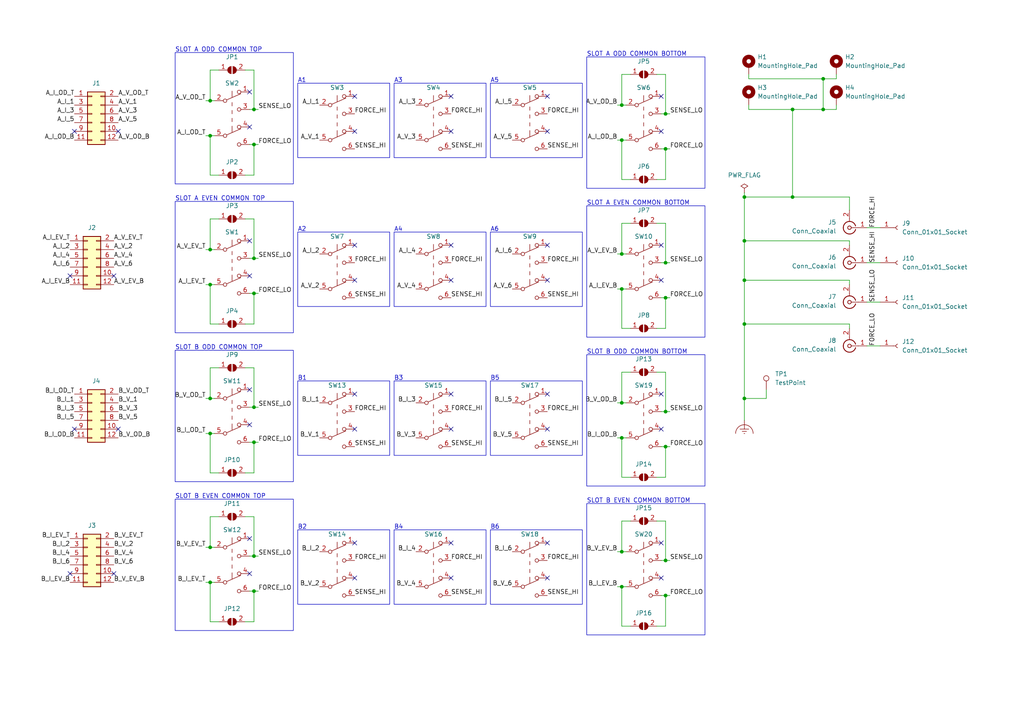
<source format=kicad_sch>
(kicad_sch (version 20230121) (generator eeschema)
  (paper "A4")
  (lib_symbols
    (symbol "Connector:Conn_01x01_Socket" (pin_names (offset 1.016) hide)
      (property "Reference" "J" (at 0 2.54 0))
      (property "Value" "Conn_01x01_Socket" (at 0 -2.54 0))
      (symbol "Conn_01x01_Socket_1_1"
        (polyline (pts (xy -1.27 0) (xy -0.508 0)) (stroke (width 0.1524)))
        (arc (start 0 0.508) (mid -0.5058 0) (end 0 -0.508) (stroke (width 0.1524)))
        (pin passive line (at -5.08 0 0) (length 3.81) (name "Pin_1") (number "1"))
      )
    )
    (symbol "Connector:Conn_Coaxial" (pin_names (offset 1.016) hide)
      (property "Reference" "J" (at 0.254 3.048 0))
      (property "Value" "Conn_Coaxial" (at 2.921 0 90))
      (symbol "Conn_Coaxial_0_1"
        (arc (start -1.778 -0.508) (mid 0.2311 -1.8066) (end 1.778 0) (stroke (width 0.254)))
        (polyline (pts (xy -2.54 0) (xy -0.508 0)))
        (polyline (pts (xy 0 -2.54) (xy 0 -1.778)))
        (circle (center 0 0) (radius 0.508) (stroke (width 0.2032)))
        (arc (start 1.778 0) (mid 0.2099 1.8101) (end -1.778 0.508) (stroke (width 0.254)))
      )
      (symbol "Conn_Coaxial_1_1"
        (pin passive line (at -5.08 0 0) (length 2.54) (name "In") (number "1"))
        (pin passive line (at 0 -5.08 90) (length 2.54) (name "Ext") (number "2"))
      )
    )
    (symbol "Connector:TestPoint" (pin_numbers hide) (pin_names (offset 0.762) hide)
      (property "Reference" "TP" (at 0 6.858 0))
      (property "Value" "TestPoint" (at 0 5.08 0))
      (symbol "TestPoint_0_1"
        (circle (center 0 3.302) (radius 0.762))
      )
      (symbol "TestPoint_1_1"
        (pin passive line (at 0 0 90) (length 2.54) (name "1") (number "1"))
      )
    )
    (symbol "Connector_Generic:Conn_02x06_Odd_Even" (pin_names (offset 1.016) hide)
      (property "Reference" "J" (at 1.27 7.62 0))
      (property "Value" "Conn_02x06_Odd_Even" (at 1.27 -10.16 0))
      (symbol "Conn_02x06_Odd_Even_1_1"
        (rectangle (start -1.27 -7.493) (end 0 -7.747) (stroke (width 0.1524)))
        (rectangle (start -1.27 -4.953) (end 0 -5.207) (stroke (width 0.1524)))
        (rectangle (start -1.27 -2.413) (end 0 -2.667) (stroke (width 0.1524)))
        (rectangle (start -1.27 0.127) (end 0 -0.127) (stroke (width 0.1524)))
        (rectangle (start -1.27 2.667) (end 0 2.413) (stroke (width 0.1524)))
        (rectangle (start -1.27 5.207) (end 0 4.953) (stroke (width 0.1524)))
        (rectangle (start -1.27 6.35) (end 3.81 -8.89) (stroke (width 0.254)) (fill (type background)))
        (rectangle (start 3.81 -7.493) (end 2.54 -7.747) (stroke (width 0.1524)))
        (rectangle (start 3.81 -4.953) (end 2.54 -5.207) (stroke (width 0.1524)))
        (rectangle (start 3.81 -2.413) (end 2.54 -2.667) (stroke (width 0.1524)))
        (rectangle (start 3.81 0.127) (end 2.54 -0.127) (stroke (width 0.1524)))
        (rectangle (start 3.81 2.667) (end 2.54 2.413) (stroke (width 0.1524)))
        (rectangle (start 3.81 5.207) (end 2.54 4.953) (stroke (width 0.1524)))
        (pin passive line (at -5.08 5.08 0) (length 3.81) (name "Pin_1") (number "1"))
        (pin passive line (at 7.62 -5.08 180) (length 3.81) (name "Pin_10") (number "10"))
        (pin passive line (at -5.08 -7.62 0) (length 3.81) (name "Pin_11") (number "11"))
        (pin passive line (at 7.62 -7.62 180) (length 3.81) (name "Pin_12") (number "12"))
        (pin passive line (at 7.62 5.08 180) (length 3.81) (name "Pin_2") (number "2"))
        (pin passive line (at -5.08 2.54 0) (length 3.81) (name "Pin_3") (number "3"))
        (pin passive line (at 7.62 2.54 180) (length 3.81) (name "Pin_4") (number "4"))
        (pin passive line (at -5.08 0 0) (length 3.81) (name "Pin_5") (number "5"))
        (pin passive line (at 7.62 0 180) (length 3.81) (name "Pin_6") (number "6"))
        (pin passive line (at -5.08 -2.54 0) (length 3.81) (name "Pin_7") (number "7"))
        (pin passive line (at 7.62 -2.54 180) (length 3.81) (name "Pin_8") (number "8"))
        (pin passive line (at -5.08 -5.08 0) (length 3.81) (name "Pin_9") (number "9"))
      )
    )
    (symbol "Jumper:SolderJumper_2_Open" (pin_names (offset 0) hide)
      (property "Reference" "JP" (at 0 2.032 0))
      (property "Value" "SolderJumper_2_Open" (at 0 -2.54 0))
      (symbol "SolderJumper_2_Open_0_1"
        (arc (start -0.254 1.016) (mid -1.2656 0) (end -0.254 -1.016))
        (arc (start -0.254 1.016) (mid -1.2656 0) (end -0.254 -1.016) (fill (type outline)))
        (polyline (pts (xy -0.254 1.016) (xy -0.254 -1.016)))
        (polyline (pts (xy 0.254 1.016) (xy 0.254 -1.016)))
        (arc (start 0.254 -1.016) (mid 1.2656 0) (end 0.254 1.016))
        (arc (start 0.254 -1.016) (mid 1.2656 0) (end 0.254 1.016) (fill (type outline)))
      )
      (symbol "SolderJumper_2_Open_1_1"
        (pin passive line (at -3.81 0 0) (length 2.54) (name "A") (number "1"))
        (pin passive line (at 3.81 0 180) (length 2.54) (name "B") (number "2"))
      )
    )
    (symbol "Mechanical:MountingHole_Pad" (pin_numbers hide) (pin_names (offset 1.016) hide)
      (property "Reference" "H" (at 0 6.35 0))
      (property "Value" "MountingHole_Pad" (at 0 4.445 0))
      (symbol "MountingHole_Pad_0_1"
        (circle (center 0 1.27) (radius 1.27) (stroke (width 1.27)))
      )
      (symbol "MountingHole_Pad_1_1"
        (pin input line (at 0 -2.54 90) (length 2.54) (name "1") (number "1"))
      )
    )
    (symbol "Switch:SW_Push_DPDT" (pin_names (offset 0) hide)
      (property "Reference" "SW" (at 0 8.89 0))
      (property "Value" "SW_Push_DPDT" (at 0 -10.16 0))
      (symbol "SW_Push_DPDT_0_0"
        (circle (center -2.032 -5.08) (radius 0.508))
        (circle (center -2.032 5.08) (radius 0.508))
        (circle (center 2.032 -7.62) (radius 0.508))
        (circle (center 2.032 2.54) (radius 0.508))
      )
      (symbol "SW_Push_DPDT_0_1"
        (polyline (pts (xy -1.524 -4.826) (xy 2.54 -3.048)))
        (polyline (pts (xy -1.524 5.334) (xy 2.54 7.112)))
        (polyline (pts (xy 0 -2.286) (xy 0 -4.064)))
        (polyline (pts (xy 0 -1.016) (xy 0 0)))
        (polyline (pts (xy 0 1.27) (xy 0 2.286)))
        (polyline (pts (xy 0 3.556) (xy 0 4.572)))
        (polyline (pts (xy 0 7.874) (xy 0 6.096)))
        (circle (center 2.032 -2.54) (radius 0.508))
        (circle (center 2.032 7.62) (radius 0.508))
      )
      (symbol "SW_Push_DPDT_1_1"
        (pin passive line (at 5.08 7.62 180) (length 2.54) (name "A") (number "1"))
        (pin passive line (at -5.08 5.08 0) (length 2.54) (name "B") (number "2"))
        (pin passive line (at 5.08 2.54 180) (length 2.54) (name "C") (number "3"))
        (pin passive line (at 5.08 -2.54 180) (length 2.54) (name "A") (number "4"))
        (pin passive line (at -5.08 -5.08 0) (length 2.54) (name "B") (number "5"))
        (pin passive line (at 5.08 -7.62 180) (length 2.54) (name "C") (number "6"))
      )
    )
    (symbol "power:Earth_Clean" (power) (pin_names (offset 0))
      (symbol "Earth_Clean_0_1"
        (polyline (pts (xy -0.635 -3.175) (xy 0.635 -3.175)))
        (polyline (pts (xy -0.127 -3.81) (xy 0.127 -3.81)))
        (polyline (pts (xy 0 -2.54) (xy 0 0)))
        (polyline (pts (xy 1.27 -2.54) (xy -1.27 -2.54)))
        (arc (start 2.54 -3.81) (mid 0 -1.281) (end -2.54 -3.81))
      )
      (symbol "Earth_Clean_1_1"
        (pin power_in line (at 0 0 270) (length 0) hide (name "Earth_Clean") (number "1"))
      )
    )
    (symbol "power:PWR_FLAG" (power) (pin_numbers hide) (pin_names (offset 0) hide)
      (property "Value" "PWR_FLAG" (at 0 3.81 0))
      (symbol "PWR_FLAG_0_0"
        (pin power_out line (at 0 0 90) (length 0) (name "pwr") (number "1"))
      )
      (symbol "PWR_FLAG_0_1"
        (polyline (pts (xy 0 0) (xy 0 1.27) (xy -1.016 1.905) (xy 0 2.54) (xy 1.016 1.905) (xy 0 1.27)))
      )
    )
  )
  (junction (at 60.96 82.55))
  (junction (at 60.96 72.39))
  (junction (at 73.66 171.45))
  (junction (at 73.66 74.93))
  (junction (at 73.66 41.91))
  (junction (at 193.04 33.02))
  (junction (at 73.66 161.29))
  (junction (at 180.34 127))
  (junction (at 215.9 93.98))
  (junction (at 193.04 43.18))
  (junction (at 215.9 69.85))
  (junction (at 180.34 160.02))
  (junction (at 60.96 29.21))
  (junction (at 180.34 116.84))
  (junction (at 60.96 115.57))
  (junction (at 193.04 86.36))
  (junction (at 215.9 81.28))
  (junction (at 60.96 158.75))
  (junction (at 60.96 168.91))
  (junction (at 193.04 119.38))
  (junction (at 180.34 73.66))
  (junction (at 73.66 31.75))
  (junction (at 215.9 115.57))
  (junction (at 238.76 31.75))
  (junction (at 215.9 57.15))
  (junction (at 73.66 128.27))
  (junction (at 180.34 40.64))
  (junction (at 193.04 172.72))
  (junction (at 193.04 162.56))
  (junction (at 73.66 118.11))
  (junction (at 238.76 22.86))
  (junction (at 193.04 76.2))
  (junction (at 73.66 85.09))
  (junction (at 180.34 170.18))
  (junction (at 229.87 31.75))
  (junction (at 180.34 83.82))
  (junction (at 60.96 39.37))
  (junction (at 60.96 125.73))
  (junction (at 193.04 129.54))
  (junction (at 180.34 30.48))
  (junction (at 229.87 57.15))
  (no_connect (at 158.75 124.46))
  (no_connect (at 191.77 81.28))
  (no_connect (at 34.29 38.1))
  (no_connect (at 102.87 167.64))
  (no_connect (at 130.81 124.46))
  (no_connect (at 191.77 71.12))
  (no_connect (at 72.39 113.03))
  (no_connect (at 33.02 166.37))
  (no_connect (at 21.59 124.46))
  (no_connect (at 130.81 114.3))
  (no_connect (at 191.77 124.46))
  (no_connect (at 191.77 157.48))
  (no_connect (at 130.81 71.12))
  (no_connect (at 102.87 38.1))
  (no_connect (at 130.81 157.48))
  (no_connect (at 158.75 81.28))
  (no_connect (at 21.59 38.1))
  (no_connect (at 158.75 167.64))
  (no_connect (at 102.87 27.94))
  (no_connect (at 130.81 38.1))
  (no_connect (at 72.39 123.19))
  (no_connect (at 191.77 38.1))
  (no_connect (at 102.87 71.12))
  (no_connect (at 158.75 38.1))
  (no_connect (at 102.87 114.3))
  (no_connect (at 191.77 27.94))
  (no_connect (at 34.29 124.46))
  (no_connect (at 158.75 27.94))
  (no_connect (at 130.81 27.94))
  (no_connect (at 158.75 114.3))
  (no_connect (at 158.75 71.12))
  (no_connect (at 102.87 81.28))
  (no_connect (at 102.87 124.46))
  (no_connect (at 72.39 80.01))
  (no_connect (at 102.87 157.48))
  (no_connect (at 33.02 80.01))
  (no_connect (at 130.81 167.64))
  (no_connect (at 72.39 26.67))
  (no_connect (at 158.75 157.48))
  (no_connect (at 72.39 69.85))
  (no_connect (at 72.39 36.83))
  (no_connect (at 72.39 166.37))
  (no_connect (at 72.39 156.21))
  (no_connect (at 20.32 166.37))
  (no_connect (at 191.77 167.64))
  (no_connect (at 191.77 114.3))
  (no_connect (at 20.32 80.01))
  (no_connect (at 130.81 81.28))
  (wire (pts (xy 181.61 40.64) (xy 180.34 40.64)))
  (wire (pts (xy 251.46 100.33) (xy 255.27 100.33)))
  (wire (pts (xy 73.66 128.27) (xy 74.93 128.27)))
  (wire (pts (xy 73.66 171.45) (xy 74.93 171.45)))
  (wire (pts (xy 72.39 161.29) (xy 73.66 161.29)))
  (wire (pts (xy 71.12 63.5) (xy 73.66 63.5)))
  (wire (pts (xy 180.34 73.66) (xy 180.34 64.77)))
  (wire (pts (xy 59.69 72.39) (xy 60.96 72.39)))
  (wire (pts (xy 60.96 93.98) (xy 63.5 93.98)))
  (wire (pts (xy 251.46 66.04) (xy 255.27 66.04)))
  (wire (pts (xy 215.9 81.28) (xy 215.9 69.85)))
  (wire (pts (xy 62.23 72.39) (xy 60.96 72.39)))
  (wire (pts (xy 60.96 82.55) (xy 60.96 93.98)))
  (wire (pts (xy 190.5 95.25) (xy 193.04 95.25)))
  (wire (pts (xy 238.76 22.86) (xy 217.17 22.86)))
  (wire (pts (xy 191.77 86.36) (xy 193.04 86.36)))
  (wire (pts (xy 193.04 33.02) (xy 194.31 33.02)))
  (wire (pts (xy 73.66 63.5) (xy 73.66 74.93)))
  (wire (pts (xy 71.12 20.32) (xy 73.66 20.32)))
  (wire (pts (xy 242.57 21.59) (xy 242.57 22.86)))
  (wire (pts (xy 193.04 172.72) (xy 193.04 181.61)))
  (wire (pts (xy 193.04 43.18) (xy 194.31 43.18)))
  (wire (pts (xy 180.34 181.61) (xy 182.88 181.61)))
  (wire (pts (xy 179.07 127) (xy 180.34 127)))
  (wire (pts (xy 60.96 125.73) (xy 60.96 137.16)))
  (wire (pts (xy 71.12 149.86) (xy 73.66 149.86)))
  (wire (pts (xy 73.66 171.45) (xy 73.66 180.34)))
  (wire (pts (xy 73.66 118.11) (xy 74.93 118.11)))
  (wire (pts (xy 62.23 125.73) (xy 60.96 125.73)))
  (wire (pts (xy 190.5 64.77) (xy 193.04 64.77)))
  (wire (pts (xy 193.04 129.54) (xy 194.31 129.54)))
  (wire (pts (xy 246.38 95.25) (xy 246.38 93.98)))
  (wire (pts (xy 193.04 64.77) (xy 193.04 76.2)))
  (wire (pts (xy 179.07 30.48) (xy 180.34 30.48)))
  (wire (pts (xy 60.96 106.68) (xy 63.5 106.68)))
  (wire (pts (xy 72.39 74.93) (xy 73.66 74.93)))
  (wire (pts (xy 180.34 127) (xy 180.34 138.43)))
  (wire (pts (xy 180.34 83.82) (xy 180.34 95.25)))
  (wire (pts (xy 179.07 73.66) (xy 180.34 73.66)))
  (wire (pts (xy 181.61 160.02) (xy 180.34 160.02)))
  (wire (pts (xy 179.07 40.64) (xy 180.34 40.64)))
  (wire (pts (xy 215.9 69.85) (xy 215.9 57.15)))
  (wire (pts (xy 215.9 115.57) (xy 215.9 93.98)))
  (wire (pts (xy 215.9 121.92) (xy 215.9 115.57)))
  (wire (pts (xy 191.77 76.2) (xy 193.04 76.2)))
  (wire (pts (xy 72.39 128.27) (xy 73.66 128.27)))
  (wire (pts (xy 59.69 125.73) (xy 60.96 125.73)))
  (wire (pts (xy 193.04 86.36) (xy 193.04 95.25)))
  (wire (pts (xy 73.66 85.09) (xy 74.93 85.09)))
  (wire (pts (xy 191.77 172.72) (xy 193.04 172.72)))
  (wire (pts (xy 193.04 129.54) (xy 193.04 138.43)))
  (wire (pts (xy 251.46 87.63) (xy 255.27 87.63)))
  (wire (pts (xy 59.69 168.91) (xy 60.96 168.91)))
  (wire (pts (xy 181.61 127) (xy 180.34 127)))
  (wire (pts (xy 59.69 82.55) (xy 60.96 82.55)))
  (wire (pts (xy 60.96 149.86) (xy 63.5 149.86)))
  (wire (pts (xy 73.66 106.68) (xy 73.66 118.11)))
  (wire (pts (xy 246.38 57.15) (xy 246.38 60.96)))
  (wire (pts (xy 190.5 138.43) (xy 193.04 138.43)))
  (wire (pts (xy 181.61 30.48) (xy 180.34 30.48)))
  (wire (pts (xy 191.77 33.02) (xy 193.04 33.02)))
  (wire (pts (xy 180.34 151.13) (xy 182.88 151.13)))
  (wire (pts (xy 180.34 52.07) (xy 182.88 52.07)))
  (wire (pts (xy 191.77 43.18) (xy 193.04 43.18)))
  (wire (pts (xy 72.39 171.45) (xy 73.66 171.45)))
  (wire (pts (xy 215.9 93.98) (xy 246.38 93.98)))
  (wire (pts (xy 180.34 40.64) (xy 180.34 52.07)))
  (wire (pts (xy 60.96 72.39) (xy 60.96 63.5)))
  (wire (pts (xy 62.23 115.57) (xy 60.96 115.57)))
  (wire (pts (xy 71.12 180.34) (xy 73.66 180.34)))
  (wire (pts (xy 59.69 39.37) (xy 60.96 39.37)))
  (wire (pts (xy 72.39 85.09) (xy 73.66 85.09)))
  (wire (pts (xy 190.5 52.07) (xy 193.04 52.07)))
  (wire (pts (xy 242.57 31.75) (xy 238.76 31.75)))
  (wire (pts (xy 191.77 129.54) (xy 193.04 129.54)))
  (wire (pts (xy 181.61 73.66) (xy 180.34 73.66)))
  (wire (pts (xy 180.34 138.43) (xy 182.88 138.43)))
  (wire (pts (xy 71.12 137.16) (xy 73.66 137.16)))
  (wire (pts (xy 215.9 115.57) (xy 222.25 115.57)))
  (wire (pts (xy 229.87 31.75) (xy 217.17 31.75)))
  (wire (pts (xy 60.96 168.91) (xy 60.96 180.34)))
  (wire (pts (xy 73.66 41.91) (xy 73.66 50.8)))
  (wire (pts (xy 62.23 39.37) (xy 60.96 39.37)))
  (wire (pts (xy 60.96 137.16) (xy 63.5 137.16)))
  (wire (pts (xy 60.96 20.32) (xy 63.5 20.32)))
  (wire (pts (xy 180.34 30.48) (xy 180.34 21.59)))
  (wire (pts (xy 62.23 168.91) (xy 60.96 168.91)))
  (wire (pts (xy 181.61 170.18) (xy 180.34 170.18)))
  (wire (pts (xy 181.61 116.84) (xy 180.34 116.84)))
  (wire (pts (xy 190.5 151.13) (xy 193.04 151.13)))
  (wire (pts (xy 73.66 31.75) (xy 74.93 31.75)))
  (wire (pts (xy 73.66 161.29) (xy 74.93 161.29)))
  (wire (pts (xy 73.66 74.93) (xy 74.93 74.93)))
  (wire (pts (xy 59.69 115.57) (xy 60.96 115.57)))
  (wire (pts (xy 217.17 22.86) (xy 217.17 21.59)))
  (wire (pts (xy 242.57 22.86) (xy 238.76 22.86)))
  (wire (pts (xy 246.38 82.55) (xy 246.38 81.28)))
  (wire (pts (xy 72.39 41.91) (xy 73.66 41.91)))
  (wire (pts (xy 193.04 162.56) (xy 194.31 162.56)))
  (wire (pts (xy 181.61 83.82) (xy 180.34 83.82)))
  (wire (pts (xy 193.04 107.95) (xy 193.04 119.38)))
  (wire (pts (xy 251.46 76.2) (xy 255.27 76.2)))
  (wire (pts (xy 180.34 116.84) (xy 180.34 107.95)))
  (wire (pts (xy 71.12 106.68) (xy 73.66 106.68)))
  (wire (pts (xy 62.23 82.55) (xy 60.96 82.55)))
  (wire (pts (xy 73.66 20.32) (xy 73.66 31.75)))
  (wire (pts (xy 180.34 21.59) (xy 182.88 21.59)))
  (wire (pts (xy 190.5 181.61) (xy 193.04 181.61)))
  (wire (pts (xy 222.25 113.03) (xy 222.25 115.57)))
  (wire (pts (xy 179.07 160.02) (xy 180.34 160.02)))
  (wire (pts (xy 193.04 86.36) (xy 194.31 86.36)))
  (wire (pts (xy 180.34 95.25) (xy 182.88 95.25)))
  (wire (pts (xy 180.34 160.02) (xy 180.34 151.13)))
  (wire (pts (xy 180.34 107.95) (xy 182.88 107.95)))
  (wire (pts (xy 193.04 151.13) (xy 193.04 162.56)))
  (wire (pts (xy 179.07 116.84) (xy 180.34 116.84)))
  (wire (pts (xy 60.96 115.57) (xy 60.96 106.68)))
  (wire (pts (xy 215.9 81.28) (xy 246.38 81.28)))
  (wire (pts (xy 246.38 71.12) (xy 246.38 69.85)))
  (wire (pts (xy 242.57 30.48) (xy 242.57 31.75)))
  (wire (pts (xy 193.04 172.72) (xy 194.31 172.72)))
  (wire (pts (xy 238.76 22.86) (xy 238.76 31.75)))
  (wire (pts (xy 71.12 50.8) (xy 73.66 50.8)))
  (wire (pts (xy 73.66 149.86) (xy 73.66 161.29)))
  (wire (pts (xy 190.5 107.95) (xy 193.04 107.95)))
  (wire (pts (xy 60.96 158.75) (xy 60.96 149.86)))
  (wire (pts (xy 180.34 64.77) (xy 182.88 64.77)))
  (wire (pts (xy 59.69 158.75) (xy 60.96 158.75)))
  (wire (pts (xy 72.39 118.11) (xy 73.66 118.11)))
  (wire (pts (xy 180.34 170.18) (xy 180.34 181.61)))
  (wire (pts (xy 193.04 43.18) (xy 193.04 52.07)))
  (wire (pts (xy 191.77 119.38) (xy 193.04 119.38)))
  (wire (pts (xy 60.96 50.8) (xy 63.5 50.8)))
  (wire (pts (xy 238.76 31.75) (xy 229.87 31.75)))
  (wire (pts (xy 179.07 83.82) (xy 180.34 83.82)))
  (wire (pts (xy 191.77 162.56) (xy 193.04 162.56)))
  (wire (pts (xy 193.04 21.59) (xy 193.04 33.02)))
  (wire (pts (xy 62.23 29.21) (xy 60.96 29.21)))
  (wire (pts (xy 215.9 93.98) (xy 215.9 81.28)))
  (wire (pts (xy 60.96 39.37) (xy 60.96 50.8)))
  (wire (pts (xy 215.9 55.88) (xy 215.9 57.15)))
  (wire (pts (xy 71.12 93.98) (xy 73.66 93.98)))
  (wire (pts (xy 60.96 180.34) (xy 63.5 180.34)))
  (wire (pts (xy 73.66 128.27) (xy 73.66 137.16)))
  (wire (pts (xy 229.87 31.75) (xy 229.87 57.15)))
  (wire (pts (xy 73.66 85.09) (xy 73.66 93.98)))
  (wire (pts (xy 193.04 76.2) (xy 194.31 76.2)))
  (wire (pts (xy 229.87 57.15) (xy 246.38 57.15)))
  (wire (pts (xy 60.96 63.5) (xy 63.5 63.5)))
  (wire (pts (xy 62.23 158.75) (xy 60.96 158.75)))
  (wire (pts (xy 60.96 29.21) (xy 60.96 20.32)))
  (wire (pts (xy 59.69 29.21) (xy 60.96 29.21)))
  (wire (pts (xy 72.39 31.75) (xy 73.66 31.75)))
  (wire (pts (xy 193.04 119.38) (xy 194.31 119.38)))
  (wire (pts (xy 215.9 57.15) (xy 229.87 57.15)))
  (wire (pts (xy 217.17 31.75) (xy 217.17 30.48)))
  (wire (pts (xy 190.5 21.59) (xy 193.04 21.59)))
  (wire (pts (xy 215.9 69.85) (xy 246.38 69.85)))
  (wire (pts (xy 179.07 170.18) (xy 180.34 170.18)))
  (wire (pts (xy 73.66 41.91) (xy 74.93 41.91)))
  (rectangle (start 114.3 110.49) (end 140.97 132.08))
  (rectangle (start 50.8 144.78) (end 85.09 182.88))
  (rectangle (start 114.3 24.13) (end 140.97 45.72))
  (rectangle (start 114.3 67.31) (end 140.97 88.9))
  (rectangle (start 142.24 110.49) (end 168.91 132.08))
  (rectangle (start 86.36 24.13) (end 113.03 45.72))
  (rectangle (start 170.18 102.87) (end 204.47 140.97))
  (rectangle (start 170.18 16.51) (end 204.47 54.61))
  (rectangle (start 50.8 58.42) (end 85.09 96.52))
  (rectangle (start 114.3 153.67) (end 140.97 175.26))
  (rectangle (start 170.18 59.69) (end 204.47 97.79))
  (rectangle (start 50.8 15.24) (end 85.09 53.34))
  (rectangle (start 86.36 153.67) (end 113.03 175.26))
  (rectangle (start 170.18 146.05) (end 204.47 184.15))
  (rectangle (start 86.36 110.49) (end 113.03 132.08))
  (rectangle (start 50.8 101.6) (end 85.09 139.7))
  (rectangle (start 142.24 24.13) (end 168.91 45.72))
  (rectangle (start 142.24 67.31) (end 168.91 88.9))
  (rectangle (start 86.36 67.31) (end 113.03 88.9))
  (rectangle (start 142.24 153.67) (end 168.91 175.26))
  (text "A3" (at 114.3 24.13 0) (effects (font (size 1.27 1.27)) (justify left bottom)))
  (text "A5" (at 142.24 24.13 0) (effects (font (size 1.27 1.27)) (justify left bottom)))
  (text "SLOT B ODD COMMON BOTTOM" (at 170.18 102.87 0) (effects (font (size 1.27 1.27)) (justify left bottom)))
  (text "SLOT B ODD COMMON TOP" (at 50.8 101.6 0) (effects (font (size 1.27 1.27)) (justify left bottom)))
  (text "SLOT A EVEN COMMON TOP" (at 50.8 58.42 0) (effects (font (size 1.27 1.27)) (justify left bottom)))
  (text "SLOT A ODD COMMON BOTTOM" (at 170.18 16.51 0) (effects (font (size 1.27 1.27)) (justify left bottom)))
  (text "B4" (at 114.3 153.67 0) (effects (font (size 1.27 1.27)) (justify left bottom)))
  (text "B1" (at 86.36 110.49 0) (effects (font (size 1.27 1.27)) (justify left bottom)))
  (text "A4" (at 114.3 67.31 0) (effects (font (size 1.27 1.27)) (justify left bottom)))
  (text "A2" (at 86.36 67.31 0) (effects (font (size 1.27 1.27)) (justify left bottom)))
  (text "B6" (at 142.24 153.67 0) (effects (font (size 1.27 1.27)) (justify left bottom)))
  (text "B3" (at 114.3 110.49 0) (effects (font (size 1.27 1.27)) (justify left bottom)))
  (text "A6" (at 142.24 67.31 0) (effects (font (size 1.27 1.27)) (justify left bottom)))
  (text "SLOT B EVEN COMMON TOP" (at 50.8 144.78 0) (effects (font (size 1.27 1.27)) (justify left bottom)))
  (text "SLOT B EVEN COMMON BOTTOM" (at 170.18 146.05 0) (effects (font (size 1.27 1.27)) (justify left bottom)))
  (text "A1" (at 86.36 24.13 0) (effects (font (size 1.27 1.27)) (justify left bottom)))
  (text "SLOT A EVEN COMMON BOTTOM" (at 170.18 59.69 0) (effects (font (size 1.27 1.27)) (justify left bottom)))
  (text "SLOT A ODD COMMON TOP" (at 50.8 15.24 0) (effects (font (size 1.27 1.27)) (justify left bottom)))
  (text "B5" (at 142.24 110.49 0) (effects (font (size 1.27 1.27)) (justify left bottom)))
  (text "B2" (at 86.36 153.67 0) (effects (font (size 1.27 1.27)) (justify left bottom)))
  (label "A_I_6" (at 20.32 77.47 180))
  (label "B_I_EV_T" (at 20.32 156.21 180))
  (label "A_I_5" (at 21.59 35.56 180))
  (label "B_I_2" (at 92.71 160.02 180))
  (label "SENSE_LO" (at 74.93 74.93 0))
  (label "SENSE_LO" (at 194.31 76.2 0))
  (label "A_I_EV_B" (at 179.07 83.82 180))
  (label "B_V_OD_B" (at 179.07 116.84 180))
  (label "SENSE_LO" (at 74.93 118.11 0))
  (label "A_I_OD_T" (at 59.69 39.37 180))
  (label "SENSE_HI" (at 102.87 43.18 0))
  (label "A_V_3" (at 120.65 40.64 180))
  (label "B_V_1" (at 34.29 116.84 0))
  (label "FORCE_HI" (at 158.75 162.56 0))
  (label "B_V_4" (at 120.65 170.18 180))
  (label "B_V_OD_T" (at 34.29 114.3 0))
  (label "FORCE_HI" (at 158.75 76.2 0))
  (label "B_V_EV_T" (at 59.69 158.75 180))
  (label "A_I_EV_T" (at 59.69 82.55 180))
  (label "SENSE_HI" (at 102.87 129.54 0))
  (label "B_I_5" (at 148.59 116.84 180))
  (label "A_V_EV_T" (at 59.69 72.39 180))
  (label "SENSE_HI" (at 130.81 86.36 0))
  (label "SENSE_LO" (at 194.31 119.38 0))
  (label "A_V_OD_B" (at 34.29 40.64 0))
  (label "SENSE_HI" (at 102.87 86.36 0))
  (label "A_V_5" (at 34.29 35.56 0))
  (label "A_V_EV_B" (at 179.07 73.66 180))
  (label "A_V_6" (at 33.02 77.47 0))
  (label "SENSE_HI" (at 130.81 129.54 0))
  (label "B_I_OD_B" (at 179.07 127 180))
  (label "A_V_2" (at 92.71 83.82 180))
  (label "B_V_6" (at 33.02 163.83 0))
  (label "A_V_OD_T" (at 34.29 27.94 0))
  (label "SENSE_LO" (at 194.31 162.56 0))
  (label "A_I_OD_B" (at 21.59 40.64 180))
  (label "A_I_5" (at 148.59 30.48 180))
  (label "B_I_3" (at 21.59 119.38 180))
  (label "SENSE_HI" (at 158.75 43.18 0))
  (label "SENSE_LO" (at 194.31 33.02 0))
  (label "B_V_3" (at 34.29 119.38 0))
  (label "A_V_4" (at 33.02 74.93 0))
  (label "A_I_2" (at 92.71 73.66 180))
  (label "SENSE_HI" (at 158.75 172.72 0))
  (label "SENSE_LO" (at 74.93 31.75 0))
  (label "A_V_1" (at 34.29 30.48 0))
  (label "FORCE_LO" (at 254 100.33 90))
  (label "FORCE_LO" (at 74.93 128.27 0))
  (label "B_V_OD_B" (at 34.29 127 0))
  (label "FORCE_HI" (at 102.87 119.38 0))
  (label "A_I_OD_T" (at 21.59 27.94 180))
  (label "A_I_6" (at 148.59 73.66 180))
  (label "FORCE_LO" (at 74.93 41.91 0))
  (label "A_I_3" (at 21.59 33.02 180))
  (label "A_I_OD_B" (at 179.07 40.64 180))
  (label "FORCE_HI" (at 102.87 162.56 0))
  (label "SENSE_LO" (at 74.93 161.29 0))
  (label "B_I_OD_T" (at 21.59 114.3 180))
  (label "FORCE_HI" (at 130.81 76.2 0))
  (label "A_V_1" (at 92.71 40.64 180))
  (label "FORCE_LO" (at 194.31 129.54 0))
  (label "A_V_3" (at 34.29 33.02 0))
  (label "FORCE_HI" (at 102.87 33.02 0))
  (label "B_I_6" (at 20.32 163.83 180))
  (label "A_I_1" (at 21.59 30.48 180))
  (label "A_V_5" (at 148.59 40.64 180))
  (label "B_V_6" (at 148.59 170.18 180))
  (label "A_V_EV_T" (at 33.02 69.85 0))
  (label "A_V_2" (at 33.02 72.39 0))
  (label "B_V_EV_T" (at 33.02 156.21 0))
  (label "B_V_OD_T" (at 59.69 115.57 180))
  (label "SENSE_HI" (at 254 76.2 90))
  (label "FORCE_LO" (at 194.31 172.72 0))
  (label "B_V_5" (at 148.59 127 180))
  (label "FORCE_HI" (at 130.81 162.56 0))
  (label "B_I_6" (at 148.59 160.02 180))
  (label "B_I_1" (at 92.71 116.84 180))
  (label "A_I_1" (at 92.71 30.48 180))
  (label "A_I_4" (at 120.65 73.66 180))
  (label "A_I_EV_T" (at 20.32 69.85 180))
  (label "B_V_EV_B" (at 33.02 168.91 0))
  (label "A_I_2" (at 20.32 72.39 180))
  (label "A_I_4" (at 20.32 74.93 180))
  (label "A_V_6" (at 148.59 83.82 180))
  (label "B_I_EV_T" (at 59.69 168.91 180))
  (label "B_I_3" (at 120.65 116.84 180))
  (label "SENSE_LO" (at 254 87.63 90))
  (label "B_I_OD_T" (at 59.69 125.73 180))
  (label "B_I_EV_B" (at 179.07 170.18 180))
  (label "B_I_2" (at 20.32 158.75 180))
  (label "FORCE_HI" (at 130.81 119.38 0))
  (label "FORCE_LO" (at 74.93 85.09 0))
  (label "FORCE_HI" (at 158.75 119.38 0))
  (label "B_I_EV_B" (at 20.32 168.91 180))
  (label "B_V_1" (at 92.71 127 180))
  (label "FORCE_LO" (at 194.31 86.36 0))
  (label "B_V_2" (at 92.71 170.18 180))
  (label "SENSE_HI" (at 102.87 172.72 0))
  (label "FORCE_HI" (at 254 66.04 90))
  (label "B_I_1" (at 21.59 116.84 180))
  (label "A_V_OD_B" (at 179.07 30.48 180))
  (label "FORCE_HI" (at 130.81 33.02 0))
  (label "FORCE_LO" (at 194.31 43.18 0))
  (label "SENSE_HI" (at 130.81 43.18 0))
  (label "SENSE_HI" (at 130.81 172.72 0))
  (label "A_I_EV_B" (at 20.32 82.55 180))
  (label "B_V_2" (at 33.02 158.75 0))
  (label "FORCE_HI" (at 158.75 33.02 0))
  (label "B_I_4" (at 120.65 160.02 180))
  (label "B_I_5" (at 21.59 121.92 180))
  (label "A_V_4" (at 120.65 83.82 180))
  (label "A_V_OD_T" (at 59.69 29.21 180))
  (label "B_I_4" (at 20.32 161.29 180))
  (label "FORCE_LO" (at 74.93 171.45 0))
  (label "FORCE_HI" (at 102.87 76.2 0))
  (label "A_V_EV_B" (at 33.02 82.55 0))
  (label "B_V_EV_B" (at 179.07 160.02 180))
  (label "SENSE_HI" (at 158.75 86.36 0))
  (label "B_V_3" (at 120.65 127 180))
  (label "B_V_5" (at 34.29 121.92 0))
  (label "A_I_3" (at 120.65 30.48 180))
  (label "B_V_4" (at 33.02 161.29 0))
  (label "SENSE_HI" (at 158.75 129.54 0))
  (label "B_I_OD_B" (at 21.59 127 180))
  (symbol (lib_id "Mechanical:MountingHole_Pad") (at 217.17 19.05 0) (unit 1)
    (property "Reference" "H1" (at 219.71 16.51 0) (effects (justify left)))
    (property "Value" "MountingHole_Pad" (at 219.71 19.05 0) (effects (justify left)))
    (property "Footprint" "MountingHole:MountingHole_3.2mm_M3_ISO7380_Pad" (effects hide))
  )
  (symbol (lib_id "Connector_Generic:Conn_02x06_Odd_Even") (at 26.67 33.02 0) (unit 1)
    (property "Reference" "J1" (at 27.94 24.13 0))
    (property "Value" "Conn_02x06_Odd_Even" (effects hide))
    (property "Footprint" "Connector_IDC:IDC-Header_2x06_P2.54mm_Horizontal" (effects hide))
  )
  (symbol (lib_id "Jumper:SolderJumper_2_Open") (at 186.69 138.43 0) (unit 1)
    (property "Reference" "JP14" (at 186.69 134.62 0))
    (property "Value" "SolderJumper_2_Open" (effects hide))
    (property "Footprint" "Jumper:SolderJumper-2_P1.3mm_Open_TrianglePad1.0x1.5mm" (effects hide))
  )
  (symbol (lib_id "Connector_Generic:Conn_02x06_Odd_Even") (at 25.4 161.29 0) (unit 1)
    (property "Reference" "J3" (at 26.67 152.4 0))
    (property "Value" "Conn_02x06_Odd_Even" (effects hide))
    (property "Footprint" "Connector_IDC:IDC-Header_2x06_P2.54mm_Horizontal" (effects hide))
  )
  (symbol (lib_id "Switch:SW_Push_DPDT") (at 97.79 35.56 0) (unit 1)
    (property "Reference" "SW3" (at 97.79 25.4 0))
    (property "Value" "SW_Push_DPDT" (effects hide))
    (property "Footprint" "Button_Switch_THT:SW_CuK_JS202011CQN_DPDT_Straight" (effects hide))
  )
  (symbol (lib_id "Switch:SW_Push_DPDT") (at 125.73 78.74 0) (unit 1)
    (property "Reference" "SW8" (at 125.73 68.58 0))
    (property "Value" "SW_Push_DPDT" (effects hide))
    (property "Footprint" "Button_Switch_THT:SW_CuK_JS202011CQN_DPDT_Straight" (effects hide))
  )
  (symbol (lib_id "Mechanical:MountingHole_Pad") (at 217.17 27.94 0) (unit 1)
    (property "Reference" "H3" (at 219.71 25.4 0) (effects (justify left)))
    (property "Value" "MountingHole_Pad" (at 219.71 27.94 0) (effects (justify left)))
    (property "Footprint" "MountingHole:MountingHole_3.2mm_M3_ISO7380_Pad" (effects hide))
  )
  (symbol (lib_id "Switch:SW_Push_DPDT") (at 153.67 165.1 0) (unit 1)
    (property "Reference" "SW18" (at 153.67 154.94 0))
    (property "Value" "SW_Push_DPDT" (effects hide))
    (property "Footprint" "Button_Switch_THT:SW_CuK_JS202011CQN_DPDT_Straight" (effects hide))
  )
  (symbol (lib_id "Connector:Conn_01x01_Socket") (at 260.35 100.33 0) (unit 1)
    (property "Reference" "J12" (at 261.62 99.06 0) (effects (justify left)))
    (property "Value" "Conn_01x01_Socket" (at 261.62 101.6 0) (effects (justify left)))
    (property "Footprint" "Connector:Banana_Cliff_FCR7350x_S16N-PC_Horizontal" (effects hide))
  )
  (symbol (lib_id "Switch:SW_Push_DPDT") (at 153.67 35.56 0) (unit 1)
    (property "Reference" "SW5" (at 153.67 25.4 0))
    (property "Value" "SW_Push_DPDT" (effects hide))
    (property "Footprint" "Button_Switch_THT:SW_CuK_JS202011CQN_DPDT_Straight" (effects hide))
  )
  (symbol (lib_id "Switch:SW_Push_DPDT") (at 186.69 165.1 0) (unit 1)
    (property "Reference" "SW20" (at 186.69 154.94 0))
    (property "Value" "SW_Push_DPDT" (effects hide))
    (property "Footprint" "Button_Switch_THT:SW_CuK_JS202011CQN_DPDT_Straight" (effects hide))
  )
  (symbol (lib_id "Switch:SW_Push_DPDT") (at 97.79 165.1 0) (unit 1)
    (property "Reference" "SW14" (at 97.79 154.94 0))
    (property "Value" "SW_Push_DPDT" (effects hide))
    (property "Footprint" "Button_Switch_THT:SW_CuK_JS202011CQN_DPDT_Straight" (effects hide))
  )
  (symbol (lib_id "Connector:Conn_01x01_Socket") (at 260.35 66.04 0) (unit 1)
    (property "Reference" "J9" (at 261.62 64.77 0) (effects (justify left)))
    (property "Value" "Conn_01x01_Socket" (at 261.62 67.31 0) (effects (justify left)))
    (property "Footprint" "Connector:Banana_Cliff_FCR7350x_S16N-PC_Horizontal" (effects hide))
  )
  (symbol (lib_id "Connector:Conn_01x01_Socket") (at 260.35 87.63 0) (unit 1)
    (property "Reference" "J11" (at 261.62 86.36 0) (effects (justify left)))
    (property "Value" "Conn_01x01_Socket" (at 261.62 88.9 0) (effects (justify left)))
    (property "Footprint" "Connector:Banana_Cliff_FCR7350x_S16N-PC_Horizontal" (effects hide))
  )
  (symbol (lib_id "Jumper:SolderJumper_2_Open") (at 67.31 149.86 0) (unit 1)
    (property "Reference" "JP11" (at 67.31 146.05 0))
    (property "Value" "SolderJumper_2_Open" (effects hide))
    (property "Footprint" "Jumper:SolderJumper-2_P1.3mm_Open_TrianglePad1.0x1.5mm" (effects hide))
  )
  (symbol (lib_id "Connector_Generic:Conn_02x06_Odd_Even") (at 26.67 119.38 0) (unit 1)
    (property "Reference" "J4" (at 27.94 110.49 0))
    (property "Value" "Conn_02x06_Odd_Even" (effects hide))
    (property "Footprint" "Connector_IDC:IDC-Header_2x06_P2.54mm_Horizontal" (effects hide))
  )
  (symbol (lib_id "Mechanical:MountingHole_Pad") (at 242.57 19.05 0) (unit 1)
    (property "Reference" "H2" (at 245.11 16.51 0) (effects (justify left)))
    (property "Value" "MountingHole_Pad" (at 245.11 19.05 0) (effects (justify left)))
    (property "Footprint" "MountingHole:MountingHole_3.2mm_M3_ISO7380_Pad" (effects hide))
  )
  (symbol (lib_id "Switch:SW_Push_DPDT") (at 67.31 163.83 0) (unit 1)
    (property "Reference" "SW12" (at 67.31 153.67 0))
    (property "Value" "SW_Push_DPDT" (effects hide))
    (property "Footprint" "Button_Switch_THT:SW_CuK_JS202011CQN_DPDT_Straight" (effects hide))
  )
  (symbol (lib_id "Connector:Conn_Coaxial") (at 246.38 100.33 180) (unit 1)
    (property "Reference" "J8" (at 242.57 98.7668 0) (effects (justify left)))
    (property "Value" "Conn_Coaxial" (at 242.57 101.3068 0) (effects (justify left)))
    (property "Footprint" "Connector_Coaxial:BNC_TEConnectivity_1478035_Horizontal" (effects hide))
    (property "Datasheet" " ~" (effects hide))
  )
  (symbol (lib_id "Jumper:SolderJumper_2_Open") (at 67.31 20.32 0) (unit 1)
    (property "Reference" "JP1" (at 67.31 16.51 0))
    (property "Value" "SolderJumper_2_Open" (effects hide))
    (property "Footprint" "Jumper:SolderJumper-2_P1.3mm_Open_TrianglePad1.0x1.5mm" (effects hide))
  )
  (symbol (lib_id "Switch:SW_Push_DPDT") (at 153.67 78.74 0) (unit 1)
    (property "Reference" "SW9" (at 153.67 68.58 0))
    (property "Value" "SW_Push_DPDT" (effects hide))
    (property "Footprint" "Button_Switch_THT:SW_CuK_JS202011CQN_DPDT_Straight" (effects hide))
  )
  (symbol (lib_id "power:Earth_Clean") (at 215.9 121.92 0) (unit 1)
    (property "Reference" "#PWR01" (effects hide))
    (property "Value" "Earth_Clean" (effects hide))
  )
  (symbol (lib_id "Jumper:SolderJumper_2_Open") (at 186.69 107.95 0) (unit 1)
    (property "Reference" "JP13" (at 186.69 104.14 0))
    (property "Value" "SolderJumper_2_Open" (effects hide))
    (property "Footprint" "Jumper:SolderJumper-2_P1.3mm_Open_TrianglePad1.0x1.5mm" (effects hide))
  )
  (symbol (lib_id "Switch:SW_Push_DPDT") (at 67.31 77.47 0) (unit 1)
    (property "Reference" "SW1" (at 67.31 67.31 0))
    (property "Value" "SW_Push_DPDT" (effects hide))
    (property "Footprint" "Button_Switch_THT:SW_CuK_JS202011CQN_DPDT_Straight" (effects hide))
  )
  (symbol (lib_id "Connector_Generic:Conn_02x06_Odd_Even") (at 25.4 74.93 0) (unit 1)
    (property "Reference" "J2" (at 26.67 66.04 0))
    (property "Value" "Conn_02x06_Odd_Even" (effects hide))
    (property "Footprint" "Connector_IDC:IDC-Header_2x06_P2.54mm_Horizontal" (effects hide))
  )
  (symbol (lib_id "Switch:SW_Push_DPDT") (at 186.69 121.92 0) (unit 1)
    (property "Reference" "SW19" (at 186.69 111.76 0))
    (property "Value" "SW_Push_DPDT" (effects hide))
    (property "Footprint" "Button_Switch_THT:SW_CuK_JS202011CQN_DPDT_Straight" (effects hide))
  )
  (symbol (lib_id "Switch:SW_Push_DPDT") (at 186.69 35.56 0) (unit 1)
    (property "Reference" "SW6" (at 186.69 25.4 0))
    (property "Value" "SW_Push_DPDT" (effects hide))
    (property "Footprint" "Button_Switch_THT:SW_CuK_JS202011CQN_DPDT_Straight" (effects hide))
  )
  (symbol (lib_id "Switch:SW_Push_DPDT") (at 125.73 121.92 0) (unit 1)
    (property "Reference" "SW15" (at 125.73 111.76 0))
    (property "Value" "SW_Push_DPDT" (effects hide))
    (property "Footprint" "Button_Switch_THT:SW_CuK_JS202011CQN_DPDT_Straight" (effects hide))
  )
  (symbol (lib_id "Connector:Conn_Coaxial") (at 246.38 76.2 180) (unit 1)
    (property "Reference" "J6" (at 242.57 74.6368 0) (effects (justify left)))
    (property "Value" "Conn_Coaxial" (at 242.57 77.1768 0) (effects (justify left)))
    (property "Footprint" "Connector_Coaxial:BNC_TEConnectivity_1478035_Horizontal" (effects hide))
    (property "Datasheet" " ~" (effects hide))
  )
  (symbol (lib_id "Mechanical:MountingHole_Pad") (at 242.57 27.94 0) (unit 1)
    (property "Reference" "H4" (at 245.11 25.4 0) (effects (justify left)))
    (property "Value" "MountingHole_Pad" (at 245.11 27.94 0) (effects (justify left)))
    (property "Footprint" "MountingHole:MountingHole_3.2mm_M3_ISO7380_Pad" (effects hide))
  )
  (symbol (lib_id "Connector:Conn_Coaxial") (at 246.38 87.63 180) (unit 1)
    (property "Reference" "J7" (at 242.57 86.0668 0) (effects (justify left)))
    (property "Value" "Conn_Coaxial" (at 242.57 88.6068 0) (effects (justify left)))
    (property "Footprint" "Connector_Coaxial:BNC_TEConnectivity_1478035_Horizontal" (effects hide))
    (property "Datasheet" " ~" (effects hide))
  )
  (symbol (lib_id "Jumper:SolderJumper_2_Open") (at 186.69 151.13 0) (unit 1)
    (property "Reference" "JP15" (at 186.69 147.32 0))
    (property "Value" "SolderJumper_2_Open" (effects hide))
    (property "Footprint" "Jumper:SolderJumper-2_P1.3mm_Open_TrianglePad1.0x1.5mm" (effects hide))
  )
  (symbol (lib_id "Connector:Conn_01x01_Socket") (at 260.35 76.2 0) (unit 1)
    (property "Reference" "J10" (at 261.62 74.93 0) (effects (justify left)))
    (property "Value" "Conn_01x01_Socket" (at 261.62 77.47 0) (effects (justify left)))
    (property "Footprint" "Connector:Banana_Cliff_FCR7350x_S16N-PC_Horizontal" (effects hide))
  )
  (symbol (lib_id "Connector:TestPoint") (at 222.25 113.03 0) (unit 1)
    (property "Reference" "TP1" (at 224.79 108.458 0) (effects (justify left)))
    (property "Value" "TestPoint" (at 224.79 110.998 0) (effects (justify left)))
    (property "Footprint" "TestPoint:TestPoint_Bridge_Pitch2.54mm_Drill1.0mm" (effects hide))
  )
  (symbol (lib_id "Jumper:SolderJumper_2_Open") (at 67.31 137.16 0) (unit 1)
    (property "Reference" "JP10" (at 67.31 133.35 0))
    (property "Value" "SolderJumper_2_Open" (effects hide))
    (property "Footprint" "Jumper:SolderJumper-2_P1.3mm_Open_TrianglePad1.0x1.5mm" (effects hide))
  )
  (symbol (lib_id "Jumper:SolderJumper_2_Open") (at 186.69 21.59 0) (unit 1)
    (property "Reference" "JP5" (at 186.69 17.78 0))
    (property "Value" "SolderJumper_2_Open" (effects hide))
    (property "Footprint" "Jumper:SolderJumper-2_P1.3mm_Open_TrianglePad1.0x1.5mm" (effects hide))
  )
  (symbol (lib_id "Switch:SW_Push_DPDT") (at 186.69 78.74 0) (unit 1)
    (property "Reference" "SW10" (at 186.69 68.58 0))
    (property "Value" "SW_Push_DPDT" (effects hide))
    (property "Footprint" "Button_Switch_THT:SW_CuK_JS202011CQN_DPDT_Straight" (effects hide))
  )
  (symbol (lib_id "Connector:Conn_Coaxial") (at 246.38 66.04 180) (unit 1)
    (property "Reference" "J5" (at 242.57 64.4768 0) (effects (justify left)))
    (property "Value" "Conn_Coaxial" (at 242.57 67.0168 0) (effects (justify left)))
    (property "Footprint" "Connector_Coaxial:BNC_TEConnectivity_1478035_Horizontal" (effects hide))
    (property "Datasheet" " ~" (effects hide))
  )
  (symbol (lib_id "Jumper:SolderJumper_2_Open") (at 67.31 50.8 0) (unit 1)
    (property "Reference" "JP2" (at 67.31 46.99 0))
    (property "Value" "SolderJumper_2_Open" (effects hide))
    (property "Footprint" "Jumper:SolderJumper-2_P1.3mm_Open_TrianglePad1.0x1.5mm" (effects hide))
  )
  (symbol (lib_id "Jumper:SolderJumper_2_Open") (at 67.31 93.98 0) (unit 1)
    (property "Reference" "JP4" (at 67.31 90.17 0))
    (property "Value" "SolderJumper_2_Open" (effects hide))
    (property "Footprint" "Jumper:SolderJumper-2_P1.3mm_Open_TrianglePad1.0x1.5mm" (effects hide))
  )
  (symbol (lib_id "Jumper:SolderJumper_2_Open") (at 186.69 64.77 0) (unit 1)
    (property "Reference" "JP7" (at 186.69 60.96 0))
    (property "Value" "SolderJumper_2_Open" (effects hide))
    (property "Footprint" "Jumper:SolderJumper-2_P1.3mm_Open_TrianglePad1.0x1.5mm" (effects hide))
  )
  (symbol (lib_id "Jumper:SolderJumper_2_Open") (at 186.69 52.07 0) (unit 1)
    (property "Reference" "JP6" (at 186.69 48.26 0))
    (property "Value" "SolderJumper_2_Open" (effects hide))
    (property "Footprint" "Jumper:SolderJumper-2_P1.3mm_Open_TrianglePad1.0x1.5mm" (effects hide))
  )
  (symbol (lib_id "Switch:SW_Push_DPDT") (at 125.73 35.56 0) (unit 1)
    (property "Reference" "SW4" (at 125.73 25.4 0))
    (property "Value" "SW_Push_DPDT" (effects hide))
    (property "Footprint" "Button_Switch_THT:SW_CuK_JS202011CQN_DPDT_Straight" (effects hide))
  )
  (symbol (lib_id "Jumper:SolderJumper_2_Open") (at 67.31 63.5 0) (unit 1)
    (property "Reference" "JP3" (at 67.31 59.69 0))
    (property "Value" "SolderJumper_2_Open" (effects hide))
    (property "Footprint" "Jumper:SolderJumper-2_P1.3mm_Open_TrianglePad1.0x1.5mm" (effects hide))
  )
  (symbol (lib_id "Jumper:SolderJumper_2_Open") (at 67.31 180.34 0) (unit 1)
    (property "Reference" "JP12" (at 67.31 176.53 0))
    (property "Value" "SolderJumper_2_Open" (effects hide))
    (property "Footprint" "Jumper:SolderJumper-2_P1.3mm_Open_TrianglePad1.0x1.5mm" (effects hide))
  )
  (symbol (lib_id "Switch:SW_Push_DPDT") (at 125.73 165.1 0) (unit 1)
    (property "Reference" "SW16" (at 125.73 154.94 0))
    (property "Value" "SW_Push_DPDT" (effects hide))
    (property "Footprint" "Button_Switch_THT:SW_CuK_JS202011CQN_DPDT_Straight" (effects hide))
  )
  (symbol (lib_id "Switch:SW_Push_DPDT") (at 97.79 121.92 0) (unit 1)
    (property "Reference" "SW13" (at 97.79 111.76 0))
    (property "Value" "SW_Push_DPDT" (effects hide))
    (property "Footprint" "Button_Switch_THT:SW_CuK_JS202011CQN_DPDT_Straight" (effects hide))
  )
  (symbol (lib_id "Jumper:SolderJumper_2_Open") (at 67.31 106.68 0) (unit 1)
    (property "Reference" "JP9" (at 67.31 102.87 0))
    (property "Value" "SolderJumper_2_Open" (effects hide))
    (property "Footprint" "Jumper:SolderJumper-2_P1.3mm_Open_TrianglePad1.0x1.5mm" (effects hide))
  )
  (symbol (lib_id "power:PWR_FLAG") (at 215.9 55.88 0) (unit 1)
    (property "Reference" "#FLG01" (effects hide))
    (property "Value" "PWR_FLAG" (at 215.9 50.8 0))
  )
  (symbol (lib_id "Jumper:SolderJumper_2_Open") (at 186.69 181.61 0) (unit 1)
    (property "Reference" "JP16" (at 186.69 177.8 0))
    (property "Value" "SolderJumper_2_Open" (effects hide))
    (property "Footprint" "Jumper:SolderJumper-2_P1.3mm_Open_TrianglePad1.0x1.5mm" (effects hide))
  )
  (symbol (lib_id "Jumper:SolderJumper_2_Open") (at 186.69 95.25 0) (unit 1)
    (property "Reference" "JP8" (at 186.69 91.44 0))
    (property "Value" "SolderJumper_2_Open" (effects hide))
    (property "Footprint" "Jumper:SolderJumper-2_P1.3mm_Open_TrianglePad1.0x1.5mm" (effects hide))
  )
  (symbol (lib_id "Switch:SW_Push_DPDT") (at 153.67 121.92 0) (unit 1)
    (property "Reference" "SW17" (at 153.67 111.76 0))
    (property "Value" "SW_Push_DPDT" (effects hide))
    (property "Footprint" "Button_Switch_THT:SW_CuK_JS202011CQN_DPDT_Straight" (effects hide))
  )
  (symbol (lib_id "Switch:SW_Push_DPDT") (at 97.79 78.74 0) (unit 1)
    (property "Reference" "SW7" (at 97.79 68.58 0))
    (property "Value" "SW_Push_DPDT" (effects hide))
    (property "Footprint" "Button_Switch_THT:SW_CuK_JS202011CQN_DPDT_Straight" (effects hide))
  )
  (symbol (lib_id "Switch:SW_Push_DPDT") (at 67.31 34.29 0) (unit 1)
    (property "Reference" "SW2" (at 67.31 24.13 0))
    (property "Value" "SW_Push_DPDT" (effects hide))
    (property "Footprint" "Button_Switch_THT:SW_CuK_JS202011CQN_DPDT_Straight" (effects hide))
  )
  (symbol (lib_id "Switch:SW_Push_DPDT") (at 67.31 120.65 0) (unit 1)
    (property "Reference" "SW11" (at 67.31 110.49 0))
    (property "Value" "SW_Push_DPDT" (effects hide))
    (property "Footprint" "Button_Switch_THT:SW_CuK_JS202011CQN_DPDT_Straight" (effects hide))
  )
)
</source>
